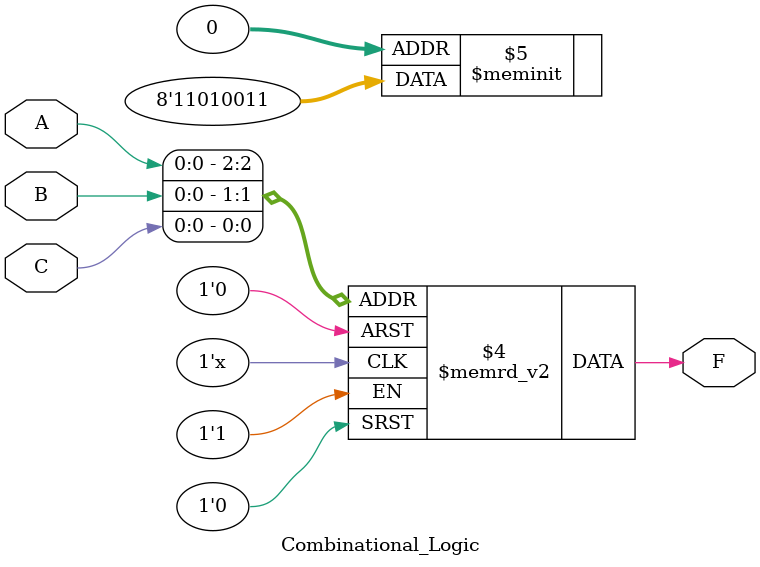
<source format=v>
module Combinational_Logic (input A, B, C, output reg F);

    always @(*) begin
        case ({A, B, C})
            3'b000: F = 1;
            3'b001: F = 1;
            3'b010: F = 0;
            3'b011: F = 0;
            3'b100: F = 1;
            3'b101: F = 0;
            3'b110: F = 1;
            3'b111: F = 1;
            default: F = 0;
        endcase
    end

endmodule


</source>
